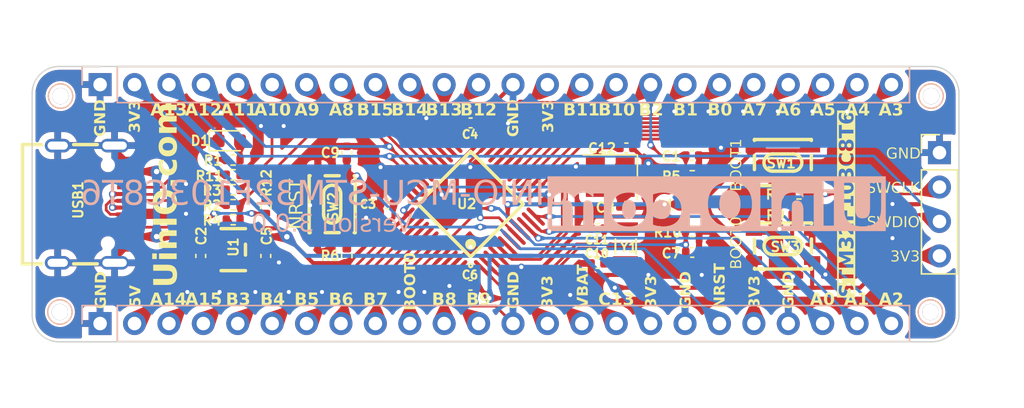
<source format=kicad_pcb>
(kicad_pcb (version 20221018) (generator pcbnew)
  (title_block (title "UINIO-MCU-STM32F103C8T6") (date "2024-02-06") (rev "Version 3.0.0") (company "电子技术博客 UinIO.com"))
  (layers (0 "F.Cu" signal) (31 "B.Cu" signal) (34 "B.Paste" user) (35 "F.Paste" user) (36 "B.SilkS" user "B.Silkscreen") (37 "F.SilkS" user "F.Silkscreen") (38 "B.Mask" user) (39 "F.Mask" user) (44 "Edge.Cuts" user))
  (net 0 "")
  (net 1 "GND")
  (net 2 "/PB2{slash}BOOT1")
  (net 3 "/VDD_5V")
  (net 4 "/VDD_3.3V")
  (net 5 "/BOOT0")
  (net 6 "Net-(C8-Pad2)")
  (net 7 "/NRST")
  (net 8 "Net-(U2-PC14_OSC32_IN)")
  (net 9 "Net-(U2-PC15_OSC32_OUT)")
  (net 10 "Net-(C12-Pad2)")
  (net 11 "Net-(D1-A)")
  (net 12 "/PA13{slash}SWDIO")
  (net 13 "/PA12")
  (net 14 "/PA11")
  (net 15 "/PA10")
  (net 16 "/PA9")
  (net 17 "/PA8")
  (net 18 "/PB15")
  (net 19 "/PB14")
  (net 20 "/PB13")
  (net 21 "/PB12")
  (net 22 "/PB11")
  (net 23 "/PB10")
  (net 24 "/PB1")
  (net 25 "/PB0")
  (net 26 "/PA7")
  (net 27 "/PA6")
  (net 28 "/PA5")
  (net 29 "/PA4")
  (net 30 "/PA3")
  (net 31 "/PA14{slash}SWCLK")
  (net 32 "/PA15")
  (net 33 "/PB3")
  (net 34 "/PB4")
  (net 35 "/PB5")
  (net 36 "/PB6")
  (net 37 "/PB7")
  (net 38 "/PB8")
  (net 39 "/PB9")
  (net 40 "/VBAT")
  (net 41 "/PC13")
  (net 42 "/PA0")
  (net 43 "/PA1")
  (net 44 "/PA2")
  (net 45 "Net-(U2-VDDA)")
  (net 46 "/USB_Data+")
  (net 47 "/USB_Data-")
  (net 48 "Net-(U2-PD0_OSC_IN)")
  (net 49 "Net-(U2-PD1_OSC_OUT)")
  (net 51 "Net-(USB1-CC1)")
  (net 53 "Net-(USB1-CC2)")
  (footprint "Resistor_SMD:R_0402_1005Metric" (layer "F.Cu") (at 132.14906 96.574468 180)
    (fp_text reference "R1")
    (fp_text value "2K")
  )
  (footprint "Capacitor_SMD:C_0402_1005Metric" (layer "F.Cu") (at 166.04 103.39713 180)
    (fp_text reference "C7")
    (fp_text value "0.1uF")
  )
  (footprint "Resistor_SMD:R_0402_1005Metric" (layer "F.Cu") (at 173.92 99.08)
    (fp_text reference "R8")
    (fp_text value "10K")
  )
  (footprint "Uinio:KEY-SMD_4P-L4.2-W3.4-P2.15-LS4.7" (layer "F.Cu") (at 139.46 99.84213 -90)
    (fp_text reference "SW2")
    (fp_text value "NRST")
  )
  (footprint "Uinio:CRYSTAL-FC135-32.768" (layer "F.Cu") (at 161.12906 102.93213 -90)
    (fp_text reference "Y1")
    (fp_text value "32.768KHz")
  )
  (footprint "Uinio:SOT-23-5_L3.0-W1.7-P0.95-LS2.8-BR" (layer "F.Cu") (at 132.15906 103.19613 180)
    (fp_text reference "U1")
    (fp_text value "ME6211C33M5G-N")
  )
  (footprint "Capacitor_SMD:C_0402_1005Metric" (layer "F.Cu") (at 159.04906 101.64213)
    (fp_text reference "C11")
    (fp_text value "10pF")
  )
  (footprint "LED_SMD:LED_0603_1608Metric" (layer "F.Cu") (at 131.86906 95.16)
    (fp_text reference "D1")
    (fp_text value "LED_Red")
  )
  (footprint "Uinio:KEY-SMD_4P-L4.2-W3.4-P2.15-LS4.7" (layer "F.Cu") (at 172.74 102.92713)
    (fp_text reference "SW3")
    (fp_text value "BOOT0")
  )
  (footprint "Connector_PinHeader_2.54mm:PinHeader_1x04_P2.54mm_Vertical" (layer "F.Cu") (at 184.29 96.03713)
    (fp_text reference "J3" hide)
    (fp_text value "Conn_01x04_Pin")
  )
  (footprint "Capacitor_SMD:C_0402_1005Metric" (layer "F.Cu") (at 129.75906 103.66213 -90)
    (fp_text reference "C2")
    (fp_text value "1uF")
  )
  (footprint "Resistor_SMD:R_0402_1005Metric" (layer "F.Cu") (at 166.04 101.84713)
    (fp_text reference "R10")
    (fp_text value "10K")
  )
  (footprint "Uinio:Hole-1mm" (layer "F.Cu") (at 119.40906 91.86 180)
    (fp_text reference "HOLE**" hide)
    (fp_text value "Hole-1mm" hide)
  )
  (footprint "Resistor_SMD:R_0402_1005Metric" (layer "F.Cu") (at 132.15 100.981846)
    (fp_text reference "R4")
    (fp_text value "1.5K")
  )
  (footprint "Uinio:Hole-1mm" (layer "F.Cu") (at 183.66906 91.86 180)
    (fp_text reference "HOLE**" hide)
    (fp_text value "Hole-1mm" hide)
  )
  (footprint "Uinio:Hole-1mm" (layer "F.Cu") (at 183.62 107.8 180)
    (fp_text reference "HOLE**" hide)
    (fp_text value "Hole-1mm" hide)
  )
  (footprint "Capacitor_SMD:C_0402_1005Metric" (layer "F.Cu") (at 149.67906 93.84213 180)
    (fp_text reference "C4")
    (fp_text value "0.1uF")
  )
  (footprint "Resistor_SMD:R_0402_1005Metric" (layer "F.Cu") (at 134.55906 100.01 90)
    (fp_text reference "R12")
    (fp_text value "5.1K")
  )
  (footprint "Capacitor_SMD:C_0402_1005Metric" (layer "F.Cu") (at 159.04906 104.21213)
    (fp_text reference "C10")
    (fp_text value "10pF")
  )
  (footprint "Uinio:USB-C-SMD_TYPEC-304J-BCP16" (layer "F.Cu") (at 121.67906 99.84213 -90)
    (fp_text reference "USB1")
    (fp_text value "USB_Type_C_16Pin")
  )
  (footprint "Capacitor_SMD:C_0402_1005Metric" (layer "F.Cu") (at 134.56 103.66213 90)
    (fp_text reference "C5")
    (fp_text value "1uF")
  )
  (footprint "Resistor_SMD:R_0402_1005Metric" (layer "F.Cu") (at 173.92 100.61 180)
    (fp_text reference "R9")
    (fp_text value "10K")
  )
  (footprint "Crystal:Crystal_SMD_3225-4Pin_3.2x2.5mm" (layer "F.Cu") (at 159.98906 97.85213 180)
    (fp_text reference "Y2" hide)
    (fp_text value "8MHz")
  )
  (footprint "Resistor_SMD:R_0402_1005Metric" (layer "F.Cu") (at 166.04 97.74713)
    (fp_text reference "R5")
    (fp_text value "10K")
  )
  (footprint "Capacitor_SMD:C_0402_1005Metric" (layer "F.Cu") (at 149.66906 105.82213)
    (fp_text reference "C6")
    (fp_text value "0.1uF")
  )
  (footprint "Uinio:TQFP-48_L7.0-W7.0-P0.50-LS9.0-BL" (layer "F.Cu") (at 149.67906 99.83713 45)
    (fp_text reference "U2")
    (fp_text value "STM32F103C8T6")
  )
  (footprint "Capacitor_SMD:C_0402_1005Metric" (layer "F.Cu") (at 161.17906 100.01213 180)
    (fp_text reference "C8")
    (fp_text value "22pF")
  )
  (footprint "Uinio:Hole-1mm" (layer "F.Cu") (at 119.36 107.8 180)
    (fp_text reference "HOLE**" hide)
    (fp_text value "Hole-1mm" hide)
  )
  (footprint "Resistor_SMD:R_0402_1005Metric" (layer "F.Cu") (at 132.15 98.778156)
    (fp_text reference "R3")
    (fp_text value "50R")
  )
  (footprint "Resistor_SMD:R_0402_1005Metric" (layer "F.Cu") (at 132.15 99.88)
    (fp_text reference "R2")
    (fp_text value "50R")
  )
  (footprint "Capacitor_SMD:C_0402_1005Metric" (layer "F.Cu") (at 166.04 96.24713 180)
    (fp_text reference "C1")
    (fp_text value "0.1uF")
  )
  (footprint "Inductor_SMD:L_0603_1608Metric" (layer "F.Cu") (at 166.04 99.84713 180)
    (fp_text reference "L1")
    (fp_text value "1KΩ 100Mhz")
  )
  (footprint "Capacitor_SMD:C_0402_1005Metric" (layer "F.Cu") (at 140.54 96.05 90)
    (fp_text reference "C9")
    (fp_text value "0.1uF")
  )
  (footprint "Resistor_SMD:R_0402_1005Metric" (layer "F.Cu") (at 132.15 97.676312)
    (fp_text reference "R11")
    (fp_text value "5.1K")
  )
  (footprint "Capacitor_SMD:C_0402_1005Metric" (layer "F.Cu") (at 143.50906 99.80213)
    (fp_text reference "C3")
    (fp_text value "0.1uF")
  )
  (footprint "Resistor_SMD:R_0402_1005Metric" (layer "F.Cu") (at 140.54 103.65 90)
    (fp_text reference "R6")
    (fp_text value "10K")
  )
  (footprint "Capacitor_SMD:C_0402_1005Metric" (layer "F.Cu") (at 161.17906 95.69213 180)
    (fp_text reference "C12")
    (fp_text value "22pF")
  )
  (footprint "Uinio:KEY-SMD_4P-L4.2-W3.4-P2.15-LS4.7" (layer "F.Cu") (at 172.73 96.76713 180)
    (fp_text reference "SW1")
    (fp_text value "BOOT1")
  )
  (footprint "Connector_PinHeader_2.54mm:PinHeader_1x24_P2.54mm_Vertical" (layer "B.Cu") (at 122.32906 91.01213 -90)
    (fp_text reference "J1" hide)
    (fp_text value "Conn_01x24_Pin")
  )
  (footprint "Connector_PinHeader_2.54mm:PinHeader_1x24_P2.54mm_Vertical" (layer "B.Cu") (at 122.32906 108.65213 -90)
    (fp_text reference "J2" hide)
    (fp_text value "Conn_01x24_Pin")
  )
  (gr_line (start 119.31 89.67213) (end 183.72906 89.67213) (stroke (width 0.1)) (layer "Edge.Cuts"))
  (gr_arc (start 185.72906 108.00119) (mid 185.143274 109.415404) (end 183.72906 110.00119) (stroke (width 0.1)) (layer "Edge.Cuts"))
  (gr_line (start 117.31 108.00119) (end 117.31 91.67213) (stroke (width 0.1)) (layer "Edge.Cuts"))
  (gr_line (start 185.72906 91.67213) (end 185.72906 108.00119) (stroke (width 0.1)) (layer "Edge.Cuts"))
  (gr_arc (start 119.31 110.00119) (mid 117.89579 109.415403) (end 117.31 108.00119) (stroke (width 0.1)) (layer "Edge.Cuts"))
  (gr_arc (start 117.31 91.67213) (mid 117.895786 90.257916) (end 119.31 89.67213) (stroke (width 0.1)) (layer "Edge.Cuts"))
  (gr_line (start 183.72906 110.00119) (end 119.31 110.00119) (stroke (width 0.1)) (layer "Edge.Cuts"))
  (gr_arc (start 183.72906 89.67213) (mid 185.143289 90.257904) (end 185.72906 91.67213) (stroke (width 0.1)) (layer "Edge.Cuts"))
  (gr_text "Version 3.0.0" (at 145.392114 102.09) (layer "B.SilkS") (effects (font (size 1.3 1.3) (thickness 0.1875)) (justify left bottom mirror)))
  (gr_text "UinIO.com" (at 180.38 101.95) (layer "B.SilkS" knockout) (effects (font (size 3.1 3.1) (thickness 0.3) bold) (justify left bottom mirror)))
  (gr_text "UINIO-MCU-STM32F103C8T6" (at 157 100.19) (layer "B.SilkS") (effects (font (size 1.8 1.8) (thickness 0.1875)) (justify left bottom mirror)))
  (gr_text "A2" (at 180.72906 106.91) (layer "F.SilkS") (effects (font (size 0.9 0.9) (thickness 0.15) bold)))
  (gr_text "GND" (at 165.58906 106.178304 90) (layer "F.SilkS") (effects (font (size 0.8 0.8) (thickness 0.15) bold)))
  (gr_text "GND" (at 152.86 93.491696 90) (layer "F.SilkS") (effects (font (size 0.8 0.8) (thickness 0.15) bold)))
  (gr_text "B9" (at 150.26906 106.91) (layer "F.SilkS") (effects (font (size 0.9 0.9) (thickness 0.15) bold)))
  (gr_text "B4" (at 135.06 106.91) (layer "F.SilkS") (effects (font (size 0.9 0.9) (thickness 0.15) bold)))
  (gr_text "A3" (at 180.71906 92.92) (layer "F.SilkS") (effects (font (size 0.9 0.9) (thickness 0.15) bold)))
  (gr_text "VBAT" (at 157.99906 105.905143 90) (layer "F.SilkS") (effects (font (size 0.8 0.8) (thickness 0.15) bold)))
  (gr_text "BOOT0" (at 169.32 102.697131 90) (layer "F.SilkS") (effects (font (size 0.8 0.8) (thickness 0.1))))
  (gr_text "B5" (at 137.57906 106.91) (layer "F.SilkS") (effects (font (size 0.9 0.9) (thickness 0.15) bold)))
  (gr_text "3V3" (at 170.66906 106.31 90) (layer "F.SilkS") (effects (font (size 0.8 0.8) (thickness 0.15) bold)))
  (gr_text "A12" (at 129.95 92.92) (layer "F.SilkS") (effects (font (size 0.9 0.9) (thickness 0.15) bold)))
  (gr_text "B14" (at 145.18 92.92) (layer "F.SilkS") (effects (font (size 0.9 0.9) (thickness 0.15) bold)))
  (gr_text "STM32F103C8T6" (at 177.5 99.842131 90) (layer "F.SilkS" knockout) (effects (font (size 1.05 1.05) (thickness 0.14) bold)))
  (gr_text "A5" (at 175.69906 92.92) (layer "F.SilkS") (effects (font (size 0.9 0.9) (thickness 0.15) bold)))
  (gr_text "B1" (at 165.53906 92.92) (layer "F.SilkS") (effects (font (size 0.9 0.9) (thickness 0.15) bold)))
  (gr_text "A11" (at 132.55 92.92) (layer "F.SilkS") (effects (font (size 0.9 0.9) (thickness 0.15) bold)))
  (gr_text "GND" (at 181.628074 96.14) (layer "F.SilkS") (effects (font (size 0.8 0.8) (thickness 0.1))))
  (gr_text "SWCLK" (at 180.866427 98.673333) (layer "F.SilkS") (effects (font (size 0.8 0.8) (thickness 0.1))))
  (gr_text "A0" (at 175.64906 106.91) (layer "F.SilkS") (effects (font (size 0.9 0.9) (thickness 0.15) bold)))
  (gr_text "A14" (at 127.35906 106.91) (layer "F.SilkS") (effects (font (size 0.9 0.9) (thickness 0.15) bold)))
  (gr_text "3V3" (at 163.03906 106.31 90) (layer "F.SilkS") (effects (font (size 0.8 0.8) (thickness 0.15) bold)))
  (gr_text "A4" (at 178.23906 92.92) (layer "F.SilkS") (effects (font (size 0.9 0.9) (thickness 0.15) bold)))
  (gr_text "B0" (at 168.07906 92.92) (layer "F.SilkS") (effects (font (size 0.9 0.9) (thickness 0.15) bold)))
  (gr_text "A7" (at 170.61906 92.92) (layer "F.SilkS") (effects (font (size 0.9 0.9) (thickness 0.15) bold)))
  (gr_text "BOOT1" (at 169.32 96.94713 90) (layer "F.SilkS") (effects (font (size 0.8 0.8) (thickness 0.1))))
  (gr_text "A15" (at 129.97 106.91) (layer "F.SilkS") (effects (font (size 0.9 0.9) (thickness 0.15) bold)))
  (gr_text "A13" (at 127.4 92.92) (layer "F.SilkS") (effects (font (size 0.9 0.9) (thickness 0.15) bold)))
  (gr_text "B6" (at 140.11906 106.91) (layer "F.SilkS") (effects (font (size 0.9 0.9) (thickness 0.15) bold)))
  (gr_text "GND" (at 122.42 106.178304 90) (layer "F.SilkS") (effects (font (size 0.8 0.8) (thickness 0.15) bold)))
  (gr_text "A1" (at 178.16906 106.91) (layer "F.SilkS") (effects (font (size 0.9 0.9) (thickness 0.15) bold)))
  (gr_text "GND" (at 173.17906 106.178304 90) (layer "F.SilkS") (effects (font (size 0.8 0.8) (thickness 0.15) bold)))
  (gr_text "B12" (at 150.26 92.92) (layer "F.SilkS") (effects (font (size 0.9 0.9) (thickness 0.15) bold)))
  (gr_text "3V3" (at 124.92906 93.36 90) (layer "F.SilkS") (effects (font (size 0.8 0.8) (thickness 0.15) bold)))
  (gr_text "B7" (at 142.65906 106.91) (layer "F.SilkS") (effects (font (size 0.9 0.9) (thickness 0.15) bold)))
  (gr_text "B13" (at 147.71 92.92) (layer "F.SilkS") (effects (font (size 0.9 0.9) (thickness 0.15) bold)))
  (gr_text "A8" (at 140.13906 92.92) (layer "F.SilkS") (effects (font (size 0.9 0.9) (thickness 0.15) bold)))
  (gr_text "B10" (at 160.45906 92.92) (layer "F.SilkS") (effects (font (size 0.9 0.9) (thickness 0.15) bold)))
  (gr_text "BOOT0" (at 145.24906 105.544055 90) (layer "F.SilkS") (effects (font (size 0.8 0.8) (thickness 0.15) bold)))
  (gr_text "B8" (at 147.72906 106.91) (layer "F.SilkS") (effects (font (size 0.9 0.9) (thickness 0.15) bold)))
  (gr_text "UinIO.com" (at 128.26906 106.020497 90) (layer "F.SilkS") (effects (font (size 1.7 1.7) (thickness 0.3) bold) (justify left bottom)))
  (gr_text "3V3" (at 155.38906 106.31 90) (layer "F.SilkS") (effects (font (size 0.8 0.8) (thickness 0.15) bold)))
  (gr_text "5V" (at 124.97 106.631228 90) (layer "F.SilkS") (effects (font (size 0.8 0.8) (thickness 0.15) bold)))
  (gr_text "A9" (at 137.59906 92.92) (layer "F.SilkS") (effects (font (size 0.9 0.9) (thickness 0.15) bold)))
  (gr_text "C13" (at 160.43906 106.91) (layer "F.SilkS") (effects (font (size 0.9 0.9) (thickness 0.15) bold)))
  (gr_text "A10" (at 135.06 92.92) (layer "F.SilkS") (effects (font (size 0.9 0.9) (thickness 0.15) bold)))
  (gr_text "NRST" (at 136.86 99.84213 90) (layer "F.SilkS") (effects (font (size 1 1) (thickness 0.125))))
  (gr_text "GND" (at 152.87906 106.178304 90) (layer "F.SilkS") (effects (font (size 0.8 0.8) (thickness 0.15) bold)))
  (gr_text "B11" (at 157.86 92.92) (layer "F.SilkS") (effects (font (size 0.9 0.9) (thickness 0.15) bold)))
  (gr_text "B15" (at 142.63 92.92) (layer "F.SilkS") (effects (font (size 0.9 0.9) (thickness 0.15) bold)))
  (gr_text "3V3" (at 155.44 93.36 90) (layer "F.SilkS") (effects (font (size 0.8 0.8) (thickness 0.15) bold)))
  (gr_text "SWDIO" (at 180.878151 101.206666) (layer "F.SilkS") (effects (font (size 0.8 0.8) (thickness 0.1))))
  (gr_text "A6" (at 173.15906 92.92) (layer "F.SilkS") (effects (font (size 0.9 0.9) (thickness 0.15) bold)))
  (gr_text "B2" (at 162.99906 92.92) (layer "F.SilkS") (effects (font (size 0.9 0.9) (thickness 0.15) bold)))
  (gr_text "GND" (at 122.37 93.491696 90) (layer "F.SilkS") (effects (font (size 0.8 0.8) (thickness 0.15) bold)))
  (gr_text "NRST" (at 168.09906 105.875834 90) (layer "F.SilkS") (effects (font (size 0.8 0.8) (thickness 0.15) bold)))
  (gr_text "3V3" (at 181.751173 103.74) (layer "F.SilkS") (effects (font (size 0.8 0.8) (thickness 0.1))))
  (gr_text "B3" (at 132.52 106.91) (layer "F.SilkS") (effects (font (size 0.9 0.9) (thickness 0.15) bold)))
  (segment (start 157.85787 101.64213) (end 158.56906 101.64213) (width 0.3) (layer "F.Cu") (net 1))
  (segment (start 158.86906 105.06213) (end 162.79906 105.06213) (width 0.3) (layer "F.Cu") (net 1))
  (segment (start 143.03213 97.11) (end 143.78693 97.11) (width 0.3) (layer "F.Cu") (net 1))
  (segment (start 147.60906 105.37213) (end 147.60906 105.064111) (width 0.2) (layer "F.Cu") (net 1))
  (segment (start 149.59906 107.36213) (end 151.51906 107.36213) (width 0.2) (layer "F.Cu") (net 1))
  (segment (start 162.80906 100.79213) (end 162.76906 100.75213) (width 0.3) (layer "F.Cu") (net 1))
  (segment (start 147.60906 105.064111) (end 148.406268 104.266903) (width 0.2) (layer "F.Cu") (net 1))
  (segment (start 162.76906 100.75213) (end 158.87906 100.75213) (width 0.3) (layer "F.Cu") (net 1))
  (segment (start 150.953833 95.357357) (end 150.951852 95.357357) (width 0.3) (layer "F.Cu") (net 1))
  (segment (start 147.543505 99.138185) (end 145.825115 99.138185) (width 0.3) (layer "F.Cu") (net 1))
  (segment (start 162.80906 100.01213) (end 161.65906 100.01213) (width 0.3) (layer "F.Cu") (net 1))
  (segment (start 150.15906 93.65213) (end 152.79906 91.01213) (width 0.3) (layer "F.Cu") (net 1))
  (segment (start 149.65906 97.11213) (end 149.65906 96.65213) (width 0.2) (layer "F.Cu") (net 1))
  (segment (start 150.15906 93.77213) (end 150.15906 93.65213) (width 0.3) (layer "F.Cu") (net 1))
  (segment (start 149.65906 96.65213) (end 150.951852 95.359338) (width 0.2) (layer "F.Cu") (net 1))
  (segment (start 143.02906 97.11307) (end 143.02906 99.80213) (width 0.3) (layer "F.Cu") (net 1))
  (segment (start 126.65 95.16) (end 125.16787 96.64213) (width 0.5) (layer "F.Cu") (net 1))
  (segment (start 162.80906 96.84213) (end 162.80906 100.69213) (width 0.3) (layer "F.Cu") (net 1))
  (segment (start 162.80906 105.05213) (end 162.80906 100.79213) (width 0.3) (layer "F.Cu") (net 1))
  (segment (start 119.19806 104.16713) (end 123.39806 104.16713) (width 0.5) (layer "F.Cu") (net 1))
  (segment (start 145.216268 98.539338) (end 145.224287 98.539338) (width 0.3) (layer "F.Cu") (net 1))
  (segment (start 134.2 94.07) (end 134.2 96.11) (width 0.3) (layer "F.Cu") (net 1))
  (segment (start 162.79906 96.83213) (end 162.80906 96.84213) (width 0.3) (layer "F.Cu") (net 1))
  (segment (start 143.03 97.11213) (end 143.03213 97.11) (width 0.3) (layer "F.Cu") (net 1))
  (segment (start 158.56906 101.06213) (end 158.56906 101.64213) (width 0.3) (layer "F.Cu") (net 1))
  (segment (start 139.21 95.57) (end 140.54 95.57) (width 0.5) (layer "F.Cu") (net 1))
  (segment (start 162.79906 105.06213) (end 162.80906 105.05213) (width 0.3) (layer "F.Cu") (net 1))
  (segment (start 162.80906 100.69213) (end 162.80906 100.01213) (width 0.3) (layer "F.Cu") (net 1))
  (segment (start 151.51906 107.36213) (end 152.80906 108.65213) (width 0.2) (layer "F.Cu") (net 1))
  (segment (start 143.03 97.11213) (end 143.02906 97.11307) (width 0.3) (layer "F.Cu") (net 1))
  (segment (start 145.825115 99.138185) (end 145.226268 98.539338) (width 0.3) (layer "F.Cu") (net 1))
  (segment (start 149.67906 103.00213) (end 148.416268 104.264922) (width 0.2) (layer "F.Cu") (net 1))
  (segment (start 158.87906 100.75213) (end 158.56906 101.06213) (width 0.3) (layer "F.Cu") (net 1))
  (segment (start 150.4 100.84213) (end 151.769721 100.84213) (width 0.2) (layer "F.Cu") (net 1))
  (segment (start 155.02 104.48) (end 157.85787 101.64213) (width 0.3) (layer "F.Cu") (net 1))
  (segment (start 119.19806 95.51713) (end 119.19806 104.16713) (width 0.5) (layer "F.Cu") (net 1))
  (segment (start 148.11406 105.87713) (end 147.60906 105.37213) (width 0.2) (layer "F.Cu") (net 1))
  (segment (start 123.39806 104.16713) (end 123.39806 103.80413) (width 0.5) (layer "F.Cu") (net 1))
  (segment (start 152.43906 93.87213) (end 150.953833 95.357357) (width 0.3) (layer "F.Cu") (net 1))
  (segment (start 158.55906 104.22213) (end 158.55906 104.75213) (width 0.3) (layer "F.Cu") (net 1))
  (segment (start 125.16787 96.64213) (end 124.16006 96.64213) (width 0.5) (layer "F.Cu") (net 1))
  (segment (start 151.769721 100.84213) (end 153.073173 102.145582) (width 0.2) (layer "F.Cu") (net 1))
  (segment (start 138.41787 96.36213) (end 139.21 95.57) (width 0.5) (layer "F.Cu") (net 1))
  (segment (start 123.39806 103.80413) (end 124.16006 103.04213) (width 0.5) (layer "F.Cu") (net 1))
  (segment (start 158.55906 104.75213) (end 158.86906 105.06213) (width 0.3) (layer "F.Cu") (net 1))
  (segment (start 123.39806 95.88113) (end 123.39806 95.51713) (width 0.5) (layer "F.Cu") (net 1))
  (segment (start 162.79906 96.83213) (end 161.65906 95.69213) (width 0.3) (layer "F.Cu") (net 1))
  (segment (start 134.2 96.11) (end 132.698156 97.611844) (width 0.3) (layer "F.Cu") (net 1))
  (segment (start 153.42 104.48) (end 155.02 104.48) (width 0.3) (layer "F.Cu") (net 1))
  (segment (start 139.57 96.5) (end 139.57 96.50713) (width 0.15) (layer "F.Cu") (net 1))
  (segment (start 130.85906 103.19613) (end 129.77306 103.19613) (width 0.2) (layer "F.Cu") (net 1))
  (segment (start 149.13406 105.87713) (end 148.11406 105.87713) (width 0.3) (layer "F.Cu") (net 1))
  (segment (start 148.11406 105.87713) (end 149.59906 107.36213) (width 0.2) (layer "F.Cu") (net 1))
  (segment (start 124.15906 96.64213) (end 123.39806 95.88113) (width 0.5) (layer "F.Cu") (net 1))
  (segment (start 166.73906 105.06213) (end 162.79906 105.06213) (width 0.3) (layer "F.Cu") (net 1))
  (segment (start 138.41787 97.69213) (end 138.41787 96.36213) (width 0.5) (layer "F.Cu") (net 1))
  (segment (start 143.78693 97.11) (end 145.216268 98.539338) (width 0.3) (layer "F.Cu") (net 1))
  (segment (start 123.39806 95.51713) (end 119.19806 95.51713) (width 0.5) (layer "F.Cu") (net 1))
  (segment (start 162.80906 100.79213) (end 162.80906 100.69213) (width 0.3) (layer "F.Cu") (net 1))
  (segment (start 131.08156 95.16) (end 126.65 95.16) (width 0.5) (layer "F.Cu") (net 1))
  (via (at 141.965 100.835) (size 0.7) (drill 0.3) (layers "F.Cu" "B.Cu") (net 1))
  (via (at 180.82 99.83) (size 0.5) (drill 0.3) (layers "F.Cu" "B.Cu") (net 1))
  (via (at 146.41 93.49) (size 0.5) (drill 0.3) (layers "F.Cu" "B.Cu") (net 1))
  (via (at 138.70906 106.32213) (size 0.5) (drill 0.3) (layers "F.Cu" "B.Cu") (net 1))
  (via (at 180.82 102.35) (size 0.5) (drill 0.3) (layers "F.Cu" "B.Cu") (net 1))
  (via (at 131.14906 106.32213) (size 0.5) (drill 0.3) (layers "F.Cu" "B.Cu") (net 1))
  (via (at 175.87 105.03) (size 0.7) (drill 0.3) (layers "F.Cu" "B.Cu") (net 1))
  (via (at 149.65906 97.11213) (size 0.7) (drill 0.3) (layers "F.Cu" "B.Cu") (net 1))
  (via (at 131.24 93.08) (size 0.5) (drill 0.3) (layers "F.Cu" "B.Cu") (net 1))
  (via (at 152.43906 93.87213) (size 0.5) (drill 0.3) (layers "F.Cu" "B.Cu") (net 1))
  (via (at 136.25906 106.32213) (size 0.5) (drill 0.3) (layers "F.Cu" "B.Cu") (net 1))
  (via (at 135.52906 104.14213) (size 0.5) (drill 0.3) (layers "F.Cu" "B.Cu") (net 1))
  (via (at 128.67 100.55) (size 0.5) (drill 0.3) (layers "F.Cu" "B.Cu") (net 1))
  (via (at 167.23906 92.99213) (size 0.5) (drill 0.3) (layers "F.Cu" "B.Cu") (net 1))
  (via (at 164.71906 92.99213) (size 0.5) (drill 0.3) (layers "F.Cu" "B.Cu") (net 1))
  (via (at 149.67906 103.00213) (size 0.7) (drill 0.3) (layers "F.Cu" "B.Cu") (net 1))
  (via (at 173.46906 105.18213) (size 0.5) (drill 0.3) (layers "F.Cu" "B.Cu") (net 1))
  (via (at 157.02906 106.54213) (size 0.5) (drill 0.3) (layers "F.Cu" "B.Cu") (net 1))
  (via (at 177.46906 92.99213) (size 0.5) (drill 0.3) (layers "F.Cu" "B.Cu") (net 1))
  (via (at 128.76906 106.32213) (size 0.5) (drill 0.3) (layers "F.Cu" "B.Cu") (net 1))
  (via (at 137.82906 99.92213) (size 0.7) (drill 0.3) (layers "F.Cu" "B.Cu") (net 1))
  (via (at 162.79906 96.83213) (size 0.7) (drill 0.3) (layers "F.Cu" "B.Cu") (net 1))
  (via (at 169.79656 92.99213) (size 0.5) (drill 0.3) (layers "F.Cu" "B.Cu") (net 1))
  (via (at 144.35906 106.32213) (size 0.5) (drill 0.3) (layers "F.Cu" "B.Cu") (net 1))
  (via (at 128.67 98.35) (size 0.5) (drill 0.3) (layers "F.Cu" "B.Cu") (net 1))
  (via (at 172.35406 92.99213) (size 0.5) (drill 0.3) (layers "F.Cu" "B.Cu") (net 1))
  (via (at 153.42 104.48) (size 0.5) (drill 0.3) (layers "F.Cu" "B.Cu") (net 1))
  (via (at 148.11406 105.87713) (size 0.7) (drill 0.3) (layers "F.Cu" "B.Cu") (net 1))
  (via (at 166.73906 105.06213) (size 0.7) (drill 0.3) (layers "F.Cu" "B.Cu") (net 1))
  (via (at 172.48 101.67) (size 0.7) (drill 0.3) (layers "F.Cu" "B.Cu") (net 1))
  (via (at 150.4 100.84213) (size 0.5) (drill 0.3) (layers "F.Cu" "B.Cu") (net 1))
  (via (at 146.26906 106.32213) (size 0.5) (drill 0.3) (layers "F.Cu" "B.Cu") (net 1))
  (via (at 135.88 94.07) (size 0.5) (drill 0.3) (layers "F.Cu" "B.Cu") (net 1))
  (via (at 162.79906 105.06213) (size 0.7) (drill 0.3) (layers "F.Cu" "B.Cu") (net 1))
  (via (at 155.46906 99.13213) (size 0.7) (drill 0.3) (layers "F.Cu" "B.Cu") (net 1))
  (via (at 134.2 94.07) (size 0.7) (drill 0.3) (layers "F.Cu" "B.Cu") (net 1))
  (via (at 157.45 97.07) (size 0.5) (drill 0.3) (layers "F.Cu" "B.Cu") (net 1))
  (via (at 168.16 95.67) (size 0.7) (drill 0.3) (layers "F.Cu" "B.Cu") (net 1))
  (via (at 147.543505 99.138185) (size 0.7) (drill 0.3) (layers "F.Cu" "B.Cu") (net 1))
  (via (at 143.03 97.11213) (size 0.7) (drill 0.3) (layers "F.Cu" "B.Cu") (net 1))
  (via (at 174.91156 92.99213) (size 0.5) (drill 0.3) (layers "F.Cu" "B.Cu") (net 1))
  (via (at 133.78906 106.32213) (size 0.5) (drill 0.3) (layers "F.Cu" "B.Cu") (net 1))
  (segment (start 155.46906 99.13213) (end 147.54956 99.13213) (width 0.3) (layer "B.Cu") (net 1))
  (segment (start 150.4 100.84213) (end 150.4 99.15213) (width 0.3) (layer "B.Cu") (net 1))
  (segment (start 147.54956 99.13213) (end 147.543505 99.138185) (width 0.3) (layer "B.Cu") (net 1))
  (segment (start 141.05213 99.92213) (end 137.82906 99.92213) (width 0.5) (layer "B.Cu") (net 1))
  (segment (start 164.71906 92.99213) (end 177.46906 92.99213) (width 0.3) (layer "B.Cu") (net 1))
  (segment (start 143.03 97.11213) (end 149.65906 97.11213) (width 0.3) (layer "B.Cu") (net 1))
  (segment (start 149.67693 103) (end 144.13 103) (width 0.5) (layer "B.Cu") (net 1))
  (segment (start 141.965 100.835) (end 141.05213 99.92213) (width 0.5) (layer "B.Cu") (net 1))
  (segment (start 147.543505 99.138185) (end 147.543505 99.137185) (width 0.2) (layer "B.Cu") (net 1))
  (segment (start 147.543505 99.137185) (end 147.54906 99.13163) (width 0.2) (layer "B.Cu") (net 1))
  (segment (start 149.67906 103.00213) (end 149.67693 103) (width 0.5) (layer "B.Cu") (net 1))
  (segment (start 144.13 103) (end 141.965 100.835) (width 0.5) (layer "B.Cu") (net 1))
  (segment (start 163.73456 96.24713) (end 165.56 96.24713) (width 0.2) (layer "F.Cu") (net 2))
  (segment (start 152.012512 96.408678) (end 155.49906 92.92213) (width 0.2) (layer "F.Cu") (net 2))
  (segment (start 165.56 96.24713) (end 165.56 97.71713) (width 0.2) (layer "F.Cu") (net 2))
  (segment (start 161.05906 92.92213) (end 162.96906 91.01213) (width 0.2) (layer "F.Cu") (net 2))
  (segment (start 162.96906 95.48163) (end 163.73456 96.24713) (width 0.2) (layer "F.Cu") (net 2))
  (segment (start 155.49906 92.92213) (end 161.05906 92.92213) (width 0.2) (layer "F.Cu") (net 2))
  (via (at 162.96906 95.48163) (size 0.5) (drill 0.3) (layers "F.Cu" "B.Cu") (net 2))
  (segment (start 162.96906 95.48163) (end 162.96906 91.01213) (width 0.2) (layer "B.Cu") (net 2))
  (segment (start 126.49906 97.43213) (end 124.16506 97.43213) (width 0.5) (layer "F.Cu") (net 3))
  (segment (start 129.37906 104.14213) (end 124.86906 108.65213) (width 0.5) (layer "F.Cu") (net 3))
  (segment (start 129.75906 104.14213) (end 130.85506 104.14213) (width 0.5) (layer "F.Cu") (net 3))
  (segment (start 132.15906 103.82213) (end 132.15906 102.55213) (width 0.5) (layer "F.Cu") (net 3))
  (segment (start 131.85306 102.24613) (end 130.85906 102.24613) (width 0.5) (layer "F.Cu") (net 3))
  (segment (start 129.75906 104.14213) (end 129.37906 104.14213) (width 0.5) (layer "F.Cu") (net 3))
  (segment (start 126.49906 102.23213) (end 130.84506 102.23213) (width 0.5) (layer "F.Cu") (net 3))
  (segment (start 131.83506 104.14613) (end 132.15906 103.82213) (width 0.5) (layer "F.Cu") (net 3))
  (segment (start 124.16506 102.23213) (end 126.49906 102.23213) (width 0.5) (layer "F.Cu") (net 3))
  (segment (start 132.15906 102.55213) (end 131.85306 102.24613) (width 0.5) (layer "F.Cu") (net 3))
  (segment (start 130.85906 104.14613) (end 131.83506 104.14613) (width 0.5) (layer "F.Cu") (net 3))
  (via (at 126.49906 97.43213) (size 0.9) (drill 0.4) (layers "F.Cu" "B.Cu") (net 3))
  (via (at 126.49906 102.23213) (size 0.9) (drill 0.4) (layers "F.Cu" "B.Cu") (net 3))
  (segment (start 126.49906 97.45213) (end 126.49906 102.23213) (width 0.5) (layer "B.Cu") (net 3))
  (segment (start 140.63 104.19) (end 143.98906 100.83094) (width 0.3) (layer "F.Cu") (net 4))
  (segment (start 166.8275 99.63463) (end 170.59 95.87213) (width 0.3) (layer "F.Cu") (net 4))
  (segment (start 174.89 104.00213) (end 174.89 106) (width 0.3) (layer "F.Cu") (net 4))
  (segment (start 134.56 102.24613) (end 136.11306 102.24613) (width 0.5) (layer "F.Cu") (net 4))
  (segment (start 166.8275 100.00963) (end 170.59 103.77213) (width 0.3) (layer "F.Cu") (net 4))
  (segment (start 134.56 102.24613) (end 134.56 103.18213) (width 0.5) (layer "F.Cu") (net 4))
  (segment (start 150.445734 95.028804) (end 150.598299 95.028804) (width 0.3) (layer "F.Cu") (net 4))
  (segment (start 153.31906 92.28213) (end 154.07906 92.28213) (width 0.3) (layer "F.Cu") (net 4))
  (segment (start 136.113465 102.246535) (end 138.05693 104.19) (width 0.3) (layer "F.Cu") (net 4))
  (segment (start 150.598299 95.003804) (end 148.66 96.942103) (width 0.3) (layer "F.Cu") (net 4))
  (segment (start 175.06693 106.01) (end 160.32693 106.01) (width 0.3) (layer "F.Cu") (net 4))
  (segment (start 148.66 99.29) (end 147.78 100.17) (width 0.3) (layer "F.Cu") (net 4))
  (segment (start 153.47906 106.78213) (end 151.07906 106.78213) (width 0.3) (layer "F.Cu") (net 4))
  (segment (start 132.342622 101.62) (end 131.64 100.917378) (width 0.3) (layer "F.Cu") (net 4))
  (segment (start 148.947386 104.620456) (end 148.759821 104.620456) (width 0.3) (layer "F.Cu") (net 4))
  (segment (start 135.48693 101.62) (end 132.342622 101.62) (width 0.3) (layer "F.Cu") (net 4))
  (segment (start 175.06693 106.01) (end 178.43119 106.01) (width 0.3) (layer "F.Cu") (net 4))
  (segment (start 153.47906 106.78213) (end 155.34906 108.65213) (width 0.3) (layer "F.Cu") (net 4))
  (segment (start 178.43119 106.01) (end 180.77906 103.66213) (width 0.3) (layer "F.Cu") (net 4))
  (segment (start 135.830595 101.963665) (end 135.778465 101.963665) (width 0.15) (layer "F.Cu") (net 4))
  (segment (start 173.41 102.81) (end 174.60213 104.00213) (width 0.3) (layer "F.Cu") (net 4))
  (segment (start 144.870734 98.892891) (end 144.870734 98.900456) (width 0.3) (layer "F.Cu") (net 4))
  (segment (start 173.41 100.38) (end 173.41 102.81) (width 0.3) (layer "F.Cu") (net 4))
  (segment (start 143.98906 100.83094) (end 143.98906 99.80213) (width 0.3) (layer "F.Cu") (net 4))
  (segment (start 150.598299 95.028804) (end 150.598299 95.003804) (width 0.3) (layer "F.Cu") (net 4))
  (segment (start 136.113465 102.246535) (end 135.828465 101.961535) (width 0.3) (layer "F.Cu") (net 4))
  (segment (start 180.77906 103.66213) (end 183.95406 103.66213) (width 0.3) (layer "F.Cu") (net 4))
  (segment (start 135.828465 101.961535) (end 135.778465 101.961535) (width 0.3) (layer "F.Cu") (net 4))
  (segment (start 136.11306 102.24613) (end 136.113465 102.246535) (width 0.5) (layer "F.Cu") (net 4))
  (segment (start 154.07906 92.28213) (end 155.34906 91.01213) (width 0.3) (layer "F.Cu") (net 4))
  (segment (start 174.89 106) (end 174.88 106.01) (width 0.3) (layer "F.Cu") (net 4))
  (segment (start 148.66 96.942103) (end 148.66 99.29) (width 0.3) (layer "F.Cu") (net 4))
  (segment (start 150.14906 105.85213) (end 151.07906 106.78213) (width 0.3) (layer "F.Cu") (net 4))
  (segment (start 150.598299 95.003804) (end 150.598299 95.002891) (width 0.3) (layer "F.Cu") (net 4))
  (segment (start 133.624 102.24613) (end 134.56 102.24613) (width 0.5) (layer "F.Cu") (net 4))
  (segment (start 136.11306 102.24613) (end 135.48693 101.62) (width 0.3) (layer "F.Cu") (net 4))
  (segment (start 150.14906 105.82213) (end 148.947386 104.620456) (width 0.3) (layer "F.Cu") (net 4))
  (segment (start 138.05693 104.19) (end 140.63 104.19) (width 0.3) (layer "F.Cu") (net 4))
  (segment (start 130.37693 96.51) (end 130.373465 96.506535) (width 0.3) (layer "F.Cu") (net 4))
  (segment (start 150.598299 95.002891) (end 153.31906 92.28213) (width 0.3) (layer "F.Cu") (net 4))
  (segment (start 160.32693 106.01) (end 160.323465 106.006535) (width 0.3) (layer "F.Cu") (net 4))
  (segment (start 174.88 106.01) (end 175.06693 106.01) (width 0.3) (layer "F.Cu") (net 4))
  (segment (start 131.63906 96.51) (end 130.37693 96.51) (width 0.3) (layer "F.Cu") (net 4))
  (segment (start 134.56 102.24613) (end 134.56 103.18) (width 0.5) (layer "F.Cu") (net 4))
  (segment (start 149.25906 93.84213) (end 150.445734 95.028804) (width 0.3) (layer "F.Cu") (net 4))
  (segment (start 147.78 100.17) (end 146.147843 100.17) (width 0.3) (layer "F.Cu") (net 4))
  (segment (start 170.59 108.20119) (end 170.59 103.77213) (width 0.3) (layer "F.Cu") (net 4))
  (segment (start 170.59 95.87213) (end 174.89 95.87213) (width 0.3) (layer "F.Cu") (net 4))
  (segment (start 146.147843 100.17) (end 144.870734 98.892891) (width 0.3) (layer "F.Cu") (net 4))
  (segment (start 144.870734 98.900456) (end 143.98906 99.78213) (width 0.3) (layer "F.Cu") (net 4))
  (segment (start 136.113465 102.246535) (end 135.830595 101.963665) (width 0.15) (layer "F.Cu") (net 4))
  (via (at 151.07906 106.78213) (size 0.7) (drill 0.3) (layers "F.Cu" "B.Cu") (net 4))
  (via (at 130.373465 96.506535) (size 0.7) (drill 0.3) (layers "F.Cu" "B.Cu") (net 4))
  (via (at 160.323465 106.006535) (size 0.7) (drill 0.3) (layers "F.Cu" "B.Cu") (net 4))
  (via (at 136.113465 102.246535) (size 0.9) (drill 0.4) (layers "F.Cu" "B.Cu") (net 4))
  (segment (start 130.373465 96.506535) (end 124.87906 91.01213) (width 0.3) (layer "B.Cu") (net 4))
  (segment (start 154.20906 103.65213) (end 151.07906 103.65213) (width 0.3) (layer "B.Cu") (net 4))
  (segment (start 136.113465 102.246535) (end 137.51906 103.65213) (width 0.3) (layer "B.Cu") (net 4))
  (segment (start 160.323465 106.006535) (end 162.96906 108.65213) (width 0.3) (layer "B.Cu") (net 4))
  (segment (start 151.07906 103.65213) (end 151.07906 106.78213) (width 0.3) (layer "B.Cu") (net 4))
  (segment (start 160.323465 106.006535) (end 157.96906 103.65213) (width 0.3) (layer "B.Cu") (net 4))
  (segment (start 136.113465 102.246535) (end 130.373465 96.506535) (width 0.3) (layer "B.Cu") (net 4))
  (segment (start 157.96906 103.65213) (end 154.20906 103.65213) (width 0.3) (layer "B.Cu") (net 4))
  (segment (start 137.51906 103.65213) (end 154.20906 103.65213) (width 0.3) (layer "B.Cu") (net 4))
  (segment (start 165.56 102.83) (end 165.56 102.09619) (width 0.2) (layer "F.Cu") (net 5))
  (segment (start 165.56 102.09619) (end 165.77906 101.87713) (width 0.2) (layer "F.Cu") (net 5))
  (segment (start 150.401851 100.15) (end 145.18906 105.362791) (width 0.2) (layer "F.Cu") (net 5))
  (segment (start 145.18906 105.362791) (end 145.18906 108.65213) (width 0.2) (layer "F.Cu") (net 5))
  (segment (start 151.2 100.15) (end 150.401851 100.15) (width 0.2) (layer "F.Cu") (net 5))
  (segment (start 165.56 102.83) (end 165.56 103.39713) (width 0.2) (layer "F.Cu") (net 5))
  (via (at 151.2 100.15) (size 0.5) (drill 0.3) (layers "F.Cu" "B.Cu") (net 5))
  (via (at 165.56 102.83) (size 0.5) (drill 0.3) (layers "F.Cu" "B.Cu") (net 5))
  (segment (start 154.44213 102.83213) (end 151.76 100.15) (width 0.2) (layer "B.Cu") (net 5))
  (segment (start 151.76 100.15) (end 151.2 100.15) (width 0.2) (layer "B.Cu") (net 5))
  (segment (start 165.56 102.83) (end 165.55787 102.83213) (width 0.2) (layer "B.Cu") (net 5))
  (segment (start 165.55787 102.83213) (end 154.44213 102.83213) (width 0.2) (layer "B.Cu") (net 5))
  (segment (start 160.69906 100.01213) (end 160.69906 99.09213) (width 0.2) (layer "F.Cu") (net 6))
  (segment (start 140.54 103.14) (end 140.54 101.99713) (width 0.3) (layer "F.Cu") (net 7))
  (segment (start 140.535 97.74) (end 140.535 102.04) (width 0.3) (layer "F.Cu") (net 7))
  (segment (start 150.39 101.53) (end 151.73693 101.53) (width 0.2) (layer "F.Cu") (net 7))
  (segment (start 140.53713 97.74213) (end 141.28906 97.74213) (width 0.2) (layer "F.Cu") (net 7))
  (segment (start 140.53 96.5) (end 140.53 97.68713) (width 0.3) (layer "F.Cu") (net 7))
  (segment (start 151.73693 101.53) (end 152.706066 102.499136) (width 0.2) (layer "F.Cu") (net 7))
  (via (at 141.28906 97.74213) (size 0.5) (drill 0.3) (layers "F.Cu" "B.Cu") (net 7))
  (via (at 150.39 101.53) (size 0.5) (drill 0.3) (layers "F.Cu" "B.Cu") (net 7))
  (segment (start 150.39 101.53) (end 145.07693 101.53) (width 0.2) (layer "B.Cu") (net 7))
  (segment (start 145.07693 101.53) (end 141.28906 97.74213) (width 0.2) (layer "B.Cu") (net 7))
  (segment (start 150.39 101.53) (end 151.735 101.53) (width 0.2) (layer "B.Cu") (net 7))
  (segment (start 162.52906 103.13213) (end 168.04906 108.65213) (width 0.2) (layer "B.Cu") (net 7))
  (segment (start 153.33713 103.13213) (end 162.52906 103.13213) (width 0.2) (layer "B.Cu") (net 7))
  (segment (start 151.735 101.53) (end 153.33713 103.13213) (width 0.2) (layer "B.Cu") (net 7))
  (segment (start 152.832057 105.44) (end 151.305406 103.913349) (width 0.2) (layer "F.Cu") (net 8))
  (segment (start 159.52906 104.21213) (end 159.52906 103.68906) (width 0.2) (layer "F.Cu") (net 8))
  (segment (start 159.52906 103.68906) (end 158.92213 103.08213) (width 0.2) (layer "F.Cu") (net 8))
  (segment (start 157.61906 103.08213) (end 155.26119 105.44) (width 0.2) (layer "F.Cu") (net 8))
  (segment (start 161.12906 104.18213) (end 159.55906 104.18213) (width 0.2) (layer "F.Cu") (net 8))
  (segment (start 158.92213 103.08213) (end 157.61906 103.08213) (width 0.2) (layer "F.Cu") (net 8))
  (segment (start 155.26119 105.44) (end 152.832057 105.44) (width 0.2) (layer "F.Cu") (net 8))
  (segment (start 159.52906 101.64213) (end 159.52906 102.20213) (width 0.2) (layer "F.Cu") (net 9))
  (segment (start 159.52906 102.20213) (end 158.94906 102.78213) (width 0.2) (layer "F.Cu") (net 9))
  (segment (start 153.239163 105.14) (end 151.658959 103.559796) (width 0.2) (layer "F.Cu") (net 9))
  (segment (start 158.94906 102.78213) (end 157.494796 102.78213) (width 0.2) (layer "F.Cu") (net 9))
  (segment (start 157.494796 102.78213) (end 155.136926 105.14) (width 0.2) (layer "F.Cu") (net 9))
  (segment (start 161.12906 101.68213) (end 159.56906 101.68213) (width 0.2) (layer "F.Cu") (net 9))
  (segment (start 155.136926 105.14) (end 153.239163 105.14) (width 0.2) (layer "F.Cu") (net 9))
  (segment (start 160.69906 95.69213) (end 159.33906 95.69213) (width 0.2) (layer "F.Cu") (net 10))
  (segment (start 158.88906 96.14213) (end 158.88906 97.00213) (width 0.2) (layer "F.Cu") (net 10))
  (segment (start 159.33906 95.69213) (end 158.88906 96.14213) (width 0.2) (layer "F.Cu") (net 10))
  (segment (start 132.65906 96.51) (end 132.65906 95.1625) (width 0.3) (layer "F.Cu") (net 11))
  (segment (start 143.68693 96.3) (end 145.572714 98.185784) (width 0.2) (layer "F.Cu") (net 12))
  (segment (start 183.78287 100.61) (end 174.43 100.61) (width 0.2) (layer "F.Cu") (net 12))
  (via (at 143.68693 96.3) (size 0.5) (drill 0.3) (layers "F.Cu" "B.Cu") (net 12))
  (segment (start 132.70693 96.3) (end 127.41906 91.01213) (width 0.2) (layer "B.Cu") (net 12))
  (segment (start 162.553372 96.3) (end 162.571242 96.28213) (width 0.2) (layer "B.Cu") (net 12))
  (segment (start 162.571242 96.28213) (end 179.45 96.28213) (width 0.2) (layer "B.Cu") (net 12))
  (segment (start 143.68693 96.3) (end 162.553372 96.3) (width 0.2) (layer "B.Cu") (net 12))
  (segment (start 179.45 96.28213) (end 184.29 101.12213) (width 0.2) (layer "B.Cu") (net 12))
  (segment (start 143.61693 96.3) (end 132.70693 96.3) (width 0.2) (layer "B.Cu") (net 12))
  (segment (start 143.679582 95.580419) (end 145.931394 97.832231) (width 0.2) (layer "F.Cu") (net 13))
  (segment (start 142.089162 93.99) (end 143.679581 95.580419) (width 0.2) (layer "F.Cu") (net 13))
  (segment (start 132.66 99.88) (end 132.66 100.981846) (width 0.3) (layer "F.Cu") (net 13))
  (segment (start 143.679581 95.580419) (end 143.679582 95.580419) (width 0.2) (layer "F.Cu") (net 13))
  (segment (start 132.66 99.83) (end 138.5 93.99) (width 0.2) (layer "F.Cu") (net 13))
  (segment (start 138.5 93.99) (end 142.089162 93.99) (width 0.2) (layer "F.Cu") (net 13))
  (via (at 143.679581 95.580419) (size 0.5) (drill 0.3) (layers "F.Cu" "B.Cu") (net 13))
  (segment (start 143.679581 95.580419) (end 143.679162 95.58) (width 0.2) (layer "B.Cu") (net 13))
  (segment (start 134.52693 95.58) (end 129.95906 91.01213) (width 0.2) (layer "B.Cu") (net 13))
  (segment (start 143.679162 95.58) (end 134.52693 95.58) (width 0.2) (layer "B.Cu") (net 13))
  (segment (start 146.284947 97.478678) (end 142.346269 93.54) (width 0.2) (layer "F.Cu") (net 14))
  (segment (start 132.66 98.778156) (end 135.01693 96.421226) (width 0.2) (layer "F.Cu") (net 14))
  (segment (start 135.01693 96.421226) (end 135.01693 93.54) (width 0.2) (layer "F.Cu") (net 14))
  (segment (start 135.01693 93.54) (end 142.346269 93.54) (width 0.2) (layer "F.Cu") (net 14))
  (segment (start 135.01693 93.54) (end 132.48906 91.01213) (width 0.2) (layer "F.Cu") (net 14))
  (segment (start 146.638501 97.125124) (end 142.645507 93.13213) (width 0.2) (layer "F.Cu") (net 15))
  (segment (start 137.15906 93.13213) (end 135.03906 91.01213) (width 0.2) (layer "F.Cu") (net 15))
  (segment (start 142.645507 93.13213) (end 137.15906 93.13213) (width 0.2) (layer "F.Cu") (net 15))
  (segment (start 139.26906 92.71213) (end 137.56906 91.01213) (width 0.2) (layer "F.Cu") (net 16))
  (segment (start 146.992054 96.771571) (end 142.932613 92.71213) (width 0.2) (layer "F.Cu") (net 16))
  (segment (start 142.932613 92.71213) (end 139.26906 92.71213) (width 0.2) (layer "F.Cu") (net 16))
  (segment (start 141.39906 92.30213) (end 140.10906 91.01213) (width 0.2) (layer "F.Cu") (net 17))
  (segment (start 143.229721 92.30213) (end 141.39906 92.30213) (width 0.2) (layer "F.Cu") (net 17))
  (segment (start 147.345608 96.418017) (end 143.229721 92.30213) (width 0.2) (layer "F.Cu") (net 17))
  (segment (start 147.699161 96.052231) (end 142.65906 91.01213) (width 0.2) (layer "F.Cu") (net 18))
  (segment (start 147.28 94.938197) (end 147.28 93.11) (width 0.2) (layer "F.Cu") (net 19))
  (segment (start 147.28 93.11) (end 145.18906 91.01906) (width 0.2) (layer "F.Cu") (net 19))
  (segment (start 148.052714 95.710911) (end 147.28 94.938197) (width 0.2) (layer "F.Cu") (net 19))
  (segment (start 147.73 94.681089) (end 147.73 91.01307) (width 0.2) (layer "F.Cu") (net 20))
  (segment (start 148.406268 95.357357) (end 147.73 94.681089) (width 0.2) (layer "F.Cu") (net 20))
  (segment (start 148.17 94.413983) (end 148.17 93.11) (width 0.2) (layer "F.Cu") (net 21))
  (segment (start 148.17 93.11) (end 150.26787 91.01213) (width 0.2) (layer "F.Cu") (net 21))
  (segment (start 148.759821 95.003804) (end 148.17 94.413983) (width 0.2) (layer "F.Cu") (net 21))
  (segment (start 154.67906 92.32213) (end 156.57906 92.32213) (width 0.2) (layer "F.Cu") (net 22))
  (segment (start 156.57906 92.32213) (end 157.88906 91.01213) (width 0.2) (layer "F.Cu") (net 22))
  (segment (start 151.305406 95.695784) (end 154.67906 92.32213) (width 0.2) (layer "F.Cu") (net 22))
  (segment (start 155.101293 92.62213) (end 158.81906 92.62213) (width 0.2) (layer "F.Cu") (net 23))
  (segment (start 158.81906 92.62213) (end 160.42906 91.01213) (width 0.2) (layer "F.Cu") (net 23))
  (segment (start 151.658959 96.064464) (end 155.101293 92.62213) (width 0.2) (layer "F.Cu") (net 23))
  (segment (start 155.915507 93.22213) (end 163.28906 93.22213) (width 0.2) (layer "F.Cu") (net 24))
  (segment (start 152.366066 96.771571) (end 155.915507 93.22213) (width 0.2) (layer "F.Cu") (net 24))
  (segment (start 163.28906 93.22213) (end 165.49906 91.01213) (width 0.2) (layer "F.Cu") (net 24))
  (segment (start 165.52906 93.52213) (end 168.03906 91.01213) (width 0.2) (layer "F.Cu") (net 25))
  (segment (start 156.322613 93.52213) (end 165.52906 93.52213) (width 0.2) (layer "F.Cu") (net 25))
  (segment (start 152.719619 97.125124) (end 156.322613 93.52213) (width 0.2) (layer "F.Cu") (net 25))
  (segment (start 154.44906 96.10213) (end 156.71906 93.83213) (width 0.2) (layer "F.Cu") (net 26))
  (segment (start 154.44906 96.102791) (end 154.44906 96.10213) (width 0.2) (layer "F.Cu") (net 26))
  (segment (start 153.073173 97.478678) (end 154.44906 96.102791) (width 0.2) (layer "F.Cu") (net 26))
  (segment (start 167.75906 93.83213) (end 170.57906 91.01213) (width 0.2) (layer "F.Cu") (net 26))
  (segment (start 156.71906 93.83213) (end 167.75906 93.83213) (width 0.2) (layer "F.Cu") (net 26))
  (segment (start 157.11906 94.13213) (end 169.99906 94.13213) (width 0.2) (layer "F.Cu") (net 27))
  (segment (start 153.426726 97.824464) (end 157.11906 94.13213) (width 0.2) (layer "F.Cu") (net 27))
  (segment (start 169.99906 94.13213) (end 173.11906 91.01213) (width 0.2) (layer "F.Cu") (net 27))
  (segment (start 153.780279 98.185784) (end 153.780279 98.111744) (width 0.2) (layer "F.Cu") (net 28))
  (segment (start 153.780279 98.111744) (end 157.459893 94.43213) (width 0.2) (layer "F.Cu") (net 28))
  (segment (start 172.23906 94.43213) (end 175.65906 91.01213) (width 0.2) (layer "F.Cu") (net 28))
  (segment (start 157.459893 94.43213) (end 172.23906 94.43213) (width 0.2) (layer "F.Cu") (net 28))
  (segment (start 154.677079 98.004111) (end 157.94906 94.73213) (width 0.2) (layer "F.Cu") (net 29))
  (segment (start 174.47906 94.73213) (end 178.19906 91.01213) (width 0.2) (layer "F.Cu") (net 29))
  (segment (start 157.94906 94.73213) (end 174.47906 94.73213) (width 0.2) (layer "F.Cu") (net 29))
  (segment (start 158.32906 95.03213) (end 176.71906 95.03213) (width 0.2) (layer "F.Cu") (net 30))
  (segment (start 154.487386 98.873804) (end 158.32906 95.03213) (width 0.2) (layer "F.Cu") (net 30))
  (segment (start 176.71906 95.03213) (end 180.73906 91.01213) (width 0.2) (layer "F.Cu") (net 30))
  (segment (start 174.43 99.08) (end 175.85 99.08) (width 0.2) (layer "F.Cu") (net 31))
  (segment (start 175.85 99.08) (end 183.78713 99.08) (width 0.2) (layer "F.Cu") (net 31))
  (segment (start 140.71906 104.88213) (end 131.17906 104.88213) (width 0.2) (layer "F.Cu") (net 31))
  (segment (start 131.17906 104.88213) (end 127.40906 108.65213) (width 0.2) (layer "F.Cu") (net 31))
  (segment (start 144.73 100.87119) (end 140.71906 104.88213) (width 0.2) (layer "F.Cu") (net 31))
  (segment (start 145.03 100.59) (end 144.73 100.29) (width 0.2) (layer "F.Cu") (net 31))
  (via (at 175.85 99.08) (size 0.5) (drill 0.3) (layers "F.Cu" "B.Cu") (net 31))
  (via (at 144.73 100.29) (size 0.5) (drill 0.3) (layers "F.Cu" "B.Cu") (net 31))
  (segment (start 146.45 98.58) (end 144.74 100.29) (width 0.2) (layer "B.Cu") (net 31))
  (segment (start 144.74 100.29) (end 144.73 100.29) (width 0.2) (layer "B.Cu") (net 31))
  (segment (start 175.35 98.58) (end 146.45 98.58) (width 0.2) (layer "B.Cu") (net 31))
  (segment (start 175.85 99.08) (end 175.35 98.58) (width 0.2) (layer "B.Cu") (net 31))
  (segment (start 133.23906 105.36213) (end 129.94906 108.65213) (width 0.2) (layer "F.Cu") (net 32))
  (segment (start 133.40906 105.18213) (end 133.23906 105.35213) (width 0.2) (layer "F.Cu") (net 32))
  (segment (start 145.224287 101.084922) (end 141.127079 105.18213) (width 0.2) (layer "F.Cu") (net 32))
  (segment (start 133.23906 105.35213) (end 133.23906 105.36213) (width 0.2) (layer "F.Cu") (net 32))
  (segment (start 141.127079 105.18213) (end 133.40906 105.18213) (width 0.2) (layer "F.Cu") (net 32))
  (segment (start 141.534187 105.48213) (end 135.65906 105.48213) (width 0.2) (layer "F.Cu") (net 33))
  (segment (start 135.65906 105.48213) (end 132.48906 108.65213) (width 0.2) (layer "F.Cu") (net 33))
  (segment (start 145.577841 101.438476) (end 141.534187 105.48213) (width 0.2) (layer "F.Cu") (net 33))
  (segment (start 137.88906 105.78213) (end 135.02906 108.64213) (width 0.2) (layer "F.Cu") (net 34))
  (segment (start 141.93906 105.78213) (end 137.88906 105.78213) (width 0.2) (layer "F.Cu") (net 34))
  (segment (start 145.405313 102.315877) (end 141.93906 105.78213) (width 0.2) (layer "F.Cu") (net 34))
  (segment (start 146.284947 102.166243) (end 142.36906 106.08213) (width 0.2) (layer "F.Cu") (net 35))
  (segment (start 142.36906 106.08213) (end 140.14906 106.08213) (width 0.2) (layer "F.Cu") (net 35))
  (segment (start 140.14906 106.08213) (end 137.57906 108.65213) (width 0.2) (layer "F.Cu") (net 35))
  (segment (start 146.638501 102.499136) (end 142.755507 106.38213) (width 0.2) (layer "F.Cu") (net 36))
  (segment (start 140.10906 107.53213) (end 140.10906 108.65213) (width 0.2) (layer "F.Cu") (net 36))
  (segment (start 142.755507 106.38213) (end 141.25906 106.38213) (width 0.2) (layer "F.Cu") (net 36))
  (segment (start 141.25906 106.38213) (end 140.10906 107.53213) (width 0.2) (layer "F.Cu") (net 36))
  (segment (start 146.992054 102.852689) (end 142.64906 107.195683) (width 0.2) (layer "F.Cu") (net 37))
  (segment (start 142.64906 107.195683) (end 142.64906 108.65213) (width 0.2) (layer "F.Cu") (net 37))
  (segment (start 146.67906 104.579897) (end 146.67906 105.89213) (width 0.2) (layer "F.Cu") (net 38))
  (segment (start 146.67906 105.89213) (end 147.72906 106.94213) (width 0.2) (layer "F.Cu") (net 38))
  (segment (start 147.699161 103.559796) (end 146.67906 104.579897) (width 0.2) (layer "F.Cu") (net 38))
  (segment (start 147.72906 106.94213) (end 147.72906 108.65213) (width 0.2) (layer "F.Cu") (net 38))
  (segment (start 147.14906 105.689948) (end 150.111242 108.65213) (width 0.2) (layer "F.Cu") (net 39))
  (segment (start 147.14906 104.817003) (end 147.14906 105.689948) (width 0.2) (layer "F.Cu") (net 39))
  (segment (start 148.052714 103.913349) (end 147.14906 104.817003) (width 0.2) (layer "F.Cu") (net 39))
  (segment (start 152.349973 106.37213) (end 155.60906 106.37213) (width 0.2) (layer "F.Cu") (net 40))
  (segment (start 155.60906 106.37213) (end 157.88906 108.65213) (width 0.2) (layer "F.Cu") (net 40))
  (segment (start 150.598299 104.620456) (end 152.349973 106.37213) (width 0.2) (layer "F.Cu") (net 40))
  (segment (start 152.67906 106.00213) (end 157.77906 106.00213) (width 0.2) (layer "F.Cu") (net 41))
  (segment (start 157.77906 106.00213) (end 160.42906 108.65213) (width 0.2) (layer "F.Cu") (net 41))
  (segment (start 150.951852 104.274922) (end 152.67906 106.00213) (width 0.2) (layer "F.Cu") (net 41))
  (segment (start 154.678768 102.351838) (end 153.780279 101.453349) (width 0.2) (layer "F.Cu") (net 42))
  (via (at 154.678768 102.351838) (size 0.5) (drill 0.3) (layers "F.Cu" "B.Cu") (net 42))
  (segment (start 154.678768 102.351838) (end 169.368768 102.351838) (width 0.2) (layer "B.Cu") (net 42))
  (segment (start 169.368768 102.351838) (end 175.66906 108.65213) (width 0.2) (layer "B.Cu") (net 42))
  (segment (start 154.898911 101.85) (end 154.133833 101.084922) (width 0.2) (layer "F.Cu") (net 43))
  (segment (start 155.48 101.85) (end 154.898911 101.85) (width 0.2) (layer "F.Cu") (net 43))
  (via (at 155.48 101.85) (size 0.5) (drill 0.3) (layers "F.Cu" "B.Cu") (net 43))
  (segment (start 171.40693 101.85) (end 178.20906 108.65213) (width 0.2) (layer "B.Cu") (net 43))
  (segment (start 155.48 101.85) (end 171.40693 101.85) (width 0.2) (layer "B.Cu") (net 43))
  (segment (start 155.47906 100.75213) (end 154.508147 100.75213) (width 0.2) (layer "F.Cu") (net 44))
  (via (at 155.47906 100.75213) (size 0.5) (drill 0.3) (layers "F.Cu" "B.Cu") (net 44))
  (segment (start 172.84906 100.75213) (end 180.74906 108.65213) (width 0.2) (layer "B.Cu") (net 44))
  (segment (start 155.47906 100.75213) (end 172.84906 100.75213) (width 0.2) (layer "B.Cu") (net 44))
  (segment (start 152.42 99.82) (end 152.42 100.810303) (width 0.3) (layer "F.Cu") (net 45))
  (segment (start 152.42 100.810303) (end 153.426726 101.817029) (width 0.3) (layer "F.Cu") (net 45))
  (segment (start 164 99.85) (end 165.46869 99.85) (width 0.3) (layer "F.Cu") (net 45))
  (via (at 164 99.85) (size 0.5) (drill 0.3) (layers "F.Cu" "B.Cu") (net 45))
  (via (at 152.42 99.85) (size 0.5) (drill 0.3) (layers "F.Cu" "B.Cu") (net 45))
  (segment (start 164 99.85) (end 152.42 99.85) (width 0.3) (layer "B.Cu") (net 45))
  (segment (start 122.77906 99.905733) (end 122.77906 100.278527) (width 0.2) (layer "F.Cu") (net 46))
  (segment (start 125.022561 99.59213) (end 125.047561 99.56713) (width 0.2) (layer "F.Cu") (net 46))
  (segment (start 124.16006 99.59213) (end 125.022561 99.59213) (width 0.2) (layer "F.Cu") (net 46))
  (segment (start 130.622206 99.56713) (end 130.635258 99.554078) (width 0.2) (layer "F.Cu") (net 46))
  (segment (start 122.77906 100.278527) (end 123.092663 100.59213) (width 0.2) (layer "F.Cu") (net 46))
  (segment (start 123.092663 99.59213) (end 122.77906 99.905733) (width 0.2) (layer "F.Cu") (net 46))
  (segment (start 125.047561 99.56713) (end 130.622206 99.56713) (width 0.2) (layer "F.Cu") (net 46))
  (segment (start 130.834077 99.554078) (end 131.159999 99.88) (width 0.2) (layer "F.Cu") (net 46))
  (segment (start 131.159999 99.88) (end 131.64 99.88) (width 0.2) (layer "F.Cu") (net 46))
  (segment (start 124.16006 99.59213) (end 123.092663 99.59213) (width 0.2) (layer "F.Cu") (net 46))
  (segment (start 123.092663 100.59213) (end 124.16006 100.59213) (width 0.2) (layer "F.Cu") (net 46))
  (segment (start 130.635258 99.554078) (end 130.834077 99.554078) (width 0.2) (layer "F.Cu") (net 46))
  (segment (start 124.16006 100.09213) (end 123.22906 100.09213) (width 0.2) (layer "F.Cu") (net 47))
  (segment (start 124.16006 99.09213) (end 125.022561 99.09213) (width 0.2) (layer "F.Cu") (net 47))
  (segment (start 130.45 99.11713) (end 130.463052 99.104078) (width 0.2) (layer "F.Cu") (net 47))
  (segment (start 125.022561 99.09213) (end 125.047561 99.11713) (width 0.2) (layer "F.Cu") (net 47))
  (segment (start 123.22906 99.09213) (end 124.16006 99.09213) (width 0.2) (layer "F.Cu") (net 47))
  (segment (start 130.834077 99.104078) (end 131.159999 98.778156) (width 0.2) (layer "F.Cu") (net 47))
  (segment (start 125.047561 99.11713) (end 130.45 99.11713) (width 0.2) (layer "F.Cu") (net 47))
  (segment (start 131.159999 98.778156) (end 131.64 98.778156) (width 0.2) (layer "F.Cu") (net 47))
  (segment (start 130.463052 99.104078) (end 130.834077 99.104078) (width 0.2) (layer "F.Cu") (net 47))
  (via (at 123.22906 99.09213) (size 0.5) (drill 0.3) (layers "F.Cu" "B.Cu") (net 47))
  (via (at 123.22906 100.09213) (size 0.5) (drill 0.3) (layers "F.Cu" "B.Cu") (net 47))
  (segment (start 123.22906 100.09213) (end 123.22906 99.09213) (width 0.2) (layer "B.Cu") (net 47))
  (segment (start 154.824264 103.92) (end 156.74906 101.995204) (width 0.2) (layer "F.Cu") (net 48))
  (segment (start 152.012512 103.206243) (end 152.726269 103.92) (width 0.2) (layer "F.Cu") (net 48))
  (segment (start 158.38693 98.2) (end 158.88906 98.70213) (width 0.2) (layer "F.Cu") (net 48))
  (segment (start 152.726269 103.92) (end 154.824264 103.92) (width 0.2) (layer "F.Cu") (net 48))
  (segment (start 156.74906 101.995204) (end 156.74906 98.89013) (width 0.2) (layer "F.Cu") (net 48))
  (segment (start 157.43919 98.2) (end 158.38693 98.2) (width 0.2) (layer "F.Cu") (net 48))
  (segment (start 156.74906 98.89013) (end 157.43919 98.2) (width 0.2) (layer "F.Cu") (net 48))
  (segment (start 153.133377 103.62) (end 152.366066 102.852689) (width 0.2) (layer "F.Cu") (net 49))
  (segment (start 154.7 103.62) (end 153.133377 103.62) (width 0.2) (layer "F.Cu") (net 49))
  (segment (start 156.44906 101.87094) (end 154.7 103.62) (width 0.2) (layer "F.Cu") (net 49))
  (segment (start 160.24906 97.84213) (end 157.372796 97.84213) (width 0.2) (layer "F.Cu") (net 49))
  (segment (start 156.44906 98.765866) (end 156.44906 101.87094) (width 0.2) (layer "F.Cu") (net 49))
  (segment (start 157.372796 97.84213) (end 156.44906 98.765866) (width 0.2) (layer "F.Cu") (net 49))
  (segment (start 161.08906 97.00213) (end 160.24906 97.84213) (width 0.2) (layer "F.Cu") (net 49))
  (segment (start 126.84787 98.59213) (end 127.828156 97.611844) (width 0.2) (layer "F.Cu") (net 51))
  (segment (start 124.16006 98.59213) (end 126.84787 98.59213) (width 0.2) (layer "F.Cu") (net 51))
  (segment (start 127.828156 97.611844) (end 131.64 97.611844) (width 0.2) (layer "F.Cu") (net 51))
  (segment (start 133.51 100.52) (end 134.55906 100.52) (width 0.2) (layer "F.Cu") (net 53))
  (segment (start 129.72 101.54) (end 124.21219 101.54) (width 0.2) (layer "F.Cu") (net 53))
  (segment (start 124.21219 101.54) (end 124.16006 101.59213) (width 0.2) (layer "F.Cu") (net 53))
  (segment (start 130.74 100.52) (end 129.72 101.54) (width 0.2) (layer "F.Cu") (net 53))
  (via (at 133.51 100.52) (size 0.5) (drill 0.3) (layers "F.Cu" "B.Cu") (net 53))
  (via (at 130.74 100.52) (size 0.5) (drill 0.3) (layers "F.Cu" "B.Cu") (net 53))
  (segment (start 130.74 100.52) (end 133.51 100.52) (width 0.2) (layer "B.Cu") (net 53))
  (zone (net 1) (net_name "GND") (layers "F&B.Cu") (connect_pads (clearance 0.508)) (min_thickness 0.25) (fill yes (thermal_gap 0.5) (thermal_bridge_width 0.5))
    (polygon (pts (xy 188.01906 112.28213) (xy 114.93906 112.28213) (xy 114.93906 87.39213) (xy 187.95906 87.39213) (xy 188.01906 87.45213)))
  )
)
</source>
